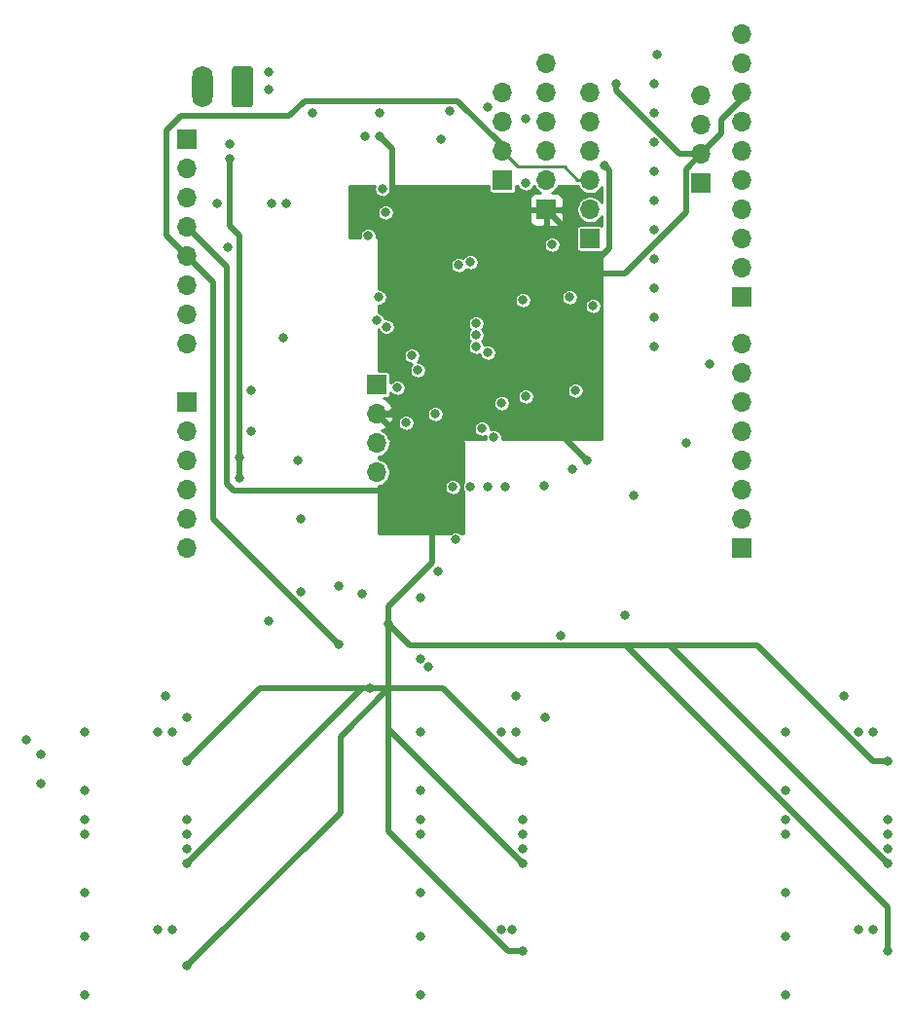
<source format=gbr>
%TF.GenerationSoftware,KiCad,Pcbnew,(5.1.10)-1*%
%TF.CreationDate,2022-02-25T12:42:34+01:00*%
%TF.ProjectId,GestureControl,47657374-7572-4654-936f-6e74726f6c2e,V0.1*%
%TF.SameCoordinates,Original*%
%TF.FileFunction,Copper,L2,Inr*%
%TF.FilePolarity,Positive*%
%FSLAX46Y46*%
G04 Gerber Fmt 4.6, Leading zero omitted, Abs format (unit mm)*
G04 Created by KiCad (PCBNEW (5.1.10)-1) date 2022-02-25 12:42:34*
%MOMM*%
%LPD*%
G01*
G04 APERTURE LIST*
%TA.AperFunction,ComponentPad*%
%ADD10O,1.700000X1.700000*%
%TD*%
%TA.AperFunction,ComponentPad*%
%ADD11R,1.700000X1.700000*%
%TD*%
%TA.AperFunction,ComponentPad*%
%ADD12O,1.800000X3.600000*%
%TD*%
%TA.AperFunction,ViaPad*%
%ADD13C,0.800000*%
%TD*%
%TA.AperFunction,Conductor*%
%ADD14C,0.500000*%
%TD*%
%TA.AperFunction,Conductor*%
%ADD15C,0.250000*%
%TD*%
%TA.AperFunction,Conductor*%
%ADD16C,0.254000*%
%TD*%
%TA.AperFunction,Conductor*%
%ADD17C,0.100000*%
%TD*%
G04 APERTURE END LIST*
D10*
%TO.N,/STM32L151RET6TR/SW0*%
%TO.C,J8*%
X153162000Y-48514000D03*
%TO.N,/STM32L151RET6TR/RST*%
X153162000Y-51054000D03*
%TO.N,/STM32L151RET6TR/SWDAT*%
X153162000Y-53594000D03*
%TO.N,GND*%
X153162000Y-56134000D03*
%TO.N,/STM32L151RET6TR/SWCLK*%
X153162000Y-58674000D03*
D11*
%TO.N,+3V3*%
X153162000Y-61214000D03*
%TD*%
D10*
%TO.N,SCL2*%
%TO.C,J10*%
X166624000Y-51308000D03*
%TO.N,SDA2*%
X166624000Y-53848000D03*
%TO.N,+3V3*%
X166624000Y-56388000D03*
D11*
%TO.N,GND*%
X166624000Y-58928000D03*
%TD*%
D10*
%TO.N,/STM32L151RET6TR/FTDI_RTS*%
%TO.C,J7*%
X156972000Y-51054000D03*
%TO.N,/STM32L151RET6TR/FTDI_RXD*%
X156972000Y-53594000D03*
%TO.N,/STM32L151RET6TR/FTDI_TXD*%
X156972000Y-56134000D03*
%TO.N,+5V*%
X156972000Y-58674000D03*
%TO.N,/STM32L151RET6TR/FTDI_CTS*%
X156972000Y-61214000D03*
D11*
%TO.N,GND*%
X156972000Y-63754000D03*
%TD*%
D10*
%TO.N,/STM32L151RET6TR/UART_RX*%
%TO.C,J9*%
X138430000Y-84074000D03*
%TO.N,/STM32L151RET6TR/UART_TX*%
X138430000Y-81534000D03*
%TO.N,+3V3*%
X138430000Y-78994000D03*
D11*
%TO.N,GND*%
X138430000Y-76454000D03*
%TD*%
D12*
%TO.N,Net-(D6-Pad2)*%
%TO.C,J2*%
X123246000Y-50546000D03*
%TO.N,GND*%
%TA.AperFunction,ComponentPad*%
G36*
G01*
X127646000Y-48996000D02*
X127646000Y-52096000D01*
G75*
G02*
X127396000Y-52346000I-250000J0D01*
G01*
X126096000Y-52346000D01*
G75*
G02*
X125846000Y-52096000I0J250000D01*
G01*
X125846000Y-48996000D01*
G75*
G02*
X126096000Y-48746000I250000J0D01*
G01*
X127396000Y-48746000D01*
G75*
G02*
X127646000Y-48996000I0J-250000D01*
G01*
G37*
%TD.AperFunction*%
%TD*%
D10*
%TO.N,SCL1*%
%TO.C,J1*%
X149352000Y-51054000D03*
%TO.N,SDA1*%
X149352000Y-53594000D03*
%TO.N,+5V*%
X149352000Y-56134000D03*
D11*
%TO.N,GND*%
X149352000Y-58674000D03*
%TD*%
D10*
%TO.N,XSHUT_1*%
%TO.C,J6*%
X170180000Y-72898000D03*
%TO.N,LED_2*%
X170180000Y-75438000D03*
%TO.N,LED_3*%
X170180000Y-77978000D03*
%TO.N,XSHUT_2*%
X170180000Y-80518000D03*
%TO.N,LED_4*%
X170180000Y-83058000D03*
%TO.N,LED_5*%
X170180000Y-85598000D03*
%TO.N,N/C*%
X170180000Y-88138000D03*
D11*
X170180000Y-90678000D03*
%TD*%
D10*
%TO.N,SCL1*%
%TO.C,J5*%
X170180000Y-45974000D03*
%TO.N,SDA1*%
X170180000Y-48514000D03*
%TO.N,+3V3*%
X170180000Y-51054000D03*
%TO.N,GND*%
X170180000Y-53594000D03*
%TO.N,N/C*%
X170180000Y-56134000D03*
X170180000Y-58674000D03*
X170180000Y-61214000D03*
X170180000Y-63754000D03*
%TO.N,LED_1*%
X170180000Y-66294000D03*
D11*
%TO.N,XSHUT_0*%
X170180000Y-68834000D03*
%TD*%
D10*
%TO.N,N/C*%
%TO.C,J4*%
X121920000Y-90678000D03*
X121920000Y-88138000D03*
X121920000Y-85598000D03*
%TO.N,GPIOI_2*%
X121920000Y-83058000D03*
%TO.N,GPIOI_1*%
X121920000Y-80518000D03*
D11*
%TO.N,GPIOI_0*%
X121920000Y-77978000D03*
%TD*%
D10*
%TO.N,N/C*%
%TO.C,J3*%
X121920000Y-72898000D03*
%TO.N,GND*%
X121920000Y-70358000D03*
X121920000Y-67818000D03*
%TO.N,+5V*%
X121920000Y-65278000D03*
%TO.N,+3V3*%
X121920000Y-62738000D03*
%TO.N,N/C*%
X121920000Y-60198000D03*
X121920000Y-57658000D03*
D11*
X121920000Y-55118000D03*
%TD*%
D13*
%TO.N,GND*%
X132842000Y-52832000D03*
X138684000Y-52832000D03*
X129286000Y-60706000D03*
X124553000Y-60706000D03*
X130556000Y-60706000D03*
X145288000Y-89916000D03*
X143764000Y-92710000D03*
X131826000Y-88138000D03*
X137160000Y-94654000D03*
X142246000Y-94990000D03*
X131832000Y-94482000D03*
X143510000Y-78994000D03*
X147066000Y-73152000D03*
X151384000Y-77470000D03*
X154432000Y-98298000D03*
X155448000Y-83820000D03*
X139262051Y-71420701D03*
X139192000Y-61468000D03*
X127542000Y-76962000D03*
X125442000Y-64516000D03*
X113030000Y-111760000D03*
X113030000Y-129540000D03*
X113030000Y-120650000D03*
X113030000Y-124460000D03*
X113030000Y-115570000D03*
X113030000Y-106680000D03*
X142240000Y-120650000D03*
X142240000Y-129540000D03*
X142240000Y-124460000D03*
X142240000Y-106680000D03*
X142240000Y-115570000D03*
X142240000Y-111760000D03*
X173990000Y-124460000D03*
X173990000Y-106680000D03*
X173990000Y-111760000D03*
X173990000Y-129540000D03*
X173990000Y-120650000D03*
X173990000Y-115570000D03*
X142875000Y-100965000D03*
X142246000Y-100336000D03*
%TO.N,VCC*%
X125603000Y-55499000D03*
X125603000Y-56769000D03*
X126492000Y-84582000D03*
X129032000Y-49276000D03*
X129032000Y-50800000D03*
X126492000Y-82804000D03*
%TO.N,+3V3*%
X139446000Y-97282000D03*
X143256000Y-71628000D03*
X138684000Y-54864000D03*
X138938000Y-60452000D03*
X156718000Y-76200000D03*
X156718000Y-83058000D03*
X144780000Y-78994000D03*
X140716000Y-64262000D03*
X155702000Y-66802000D03*
X143256000Y-86614000D03*
X142240000Y-84582000D03*
X143256000Y-85344000D03*
X143256000Y-88138000D03*
X158242000Y-57404000D03*
X159258000Y-50292000D03*
X139446000Y-102870000D03*
X121920000Y-127000000D03*
X121920000Y-118110000D03*
X182880000Y-118110000D03*
X182880000Y-125730000D03*
X182880000Y-109220000D03*
X151130000Y-125730000D03*
X151130000Y-109220000D03*
X151130000Y-118110000D03*
X121920000Y-109220000D03*
X137795000Y-102870000D03*
%TO.N,XSHUT_1*%
X167386000Y-74676000D03*
X142240000Y-114300000D03*
%TO.N,GPIOI_1*%
X147574000Y-80264000D03*
X127542000Y-80518000D03*
X151130000Y-114300000D03*
X150495000Y-103505000D03*
X153035000Y-105410000D03*
%TO.N,XSHUT_2*%
X148082000Y-73660000D03*
X149275002Y-78054998D03*
X165354000Y-81534000D03*
X173990000Y-114300000D03*
%TO.N,GPIOI_2*%
X148590000Y-81026000D03*
X131572000Y-83058000D03*
X182880000Y-114300000D03*
X160020000Y-96520000D03*
X179070000Y-103505000D03*
%TO.N,XSHUT_0*%
X113030000Y-114300000D03*
%TO.N,GPIOI_0*%
X138430000Y-70866000D03*
X130302000Y-72390000D03*
X121920000Y-114300000D03*
X120015000Y-103505000D03*
X121920000Y-105410000D03*
%TO.N,LED_3*%
X148082000Y-85344000D03*
%TO.N,LED_4*%
X149606000Y-85344000D03*
%TO.N,LED_5*%
X152990405Y-85261595D03*
%TO.N,LED_1*%
X145034000Y-85344000D03*
%TO.N,LED_2*%
X146558000Y-85344000D03*
%TO.N,SW_1*%
X160782000Y-86106000D03*
%TO.N,SW_2*%
X155702000Y-76962000D03*
%TO.N,+5V*%
X135128000Y-93980000D03*
X135128000Y-99060000D03*
%TO.N,Net-(C6-Pad1)*%
X129032000Y-97028000D03*
%TO.N,/STM32L151RET6TR/BOOT*%
X144744000Y-52614000D03*
%TO.N,/STM32L151RET6TR/RST*%
X138589010Y-68841990D03*
X137668000Y-63500000D03*
X137378000Y-54828000D03*
X148082000Y-52324000D03*
%TO.N,SCL1*%
X144018000Y-55118000D03*
X182880000Y-116840000D03*
X151130000Y-116840000D03*
X121920000Y-116840000D03*
X181610000Y-106680000D03*
X150495000Y-106680000D03*
X120650000Y-106680000D03*
X120650000Y-123825000D03*
X150225003Y-123825000D03*
X181610000Y-123825000D03*
X107950000Y-107315000D03*
X109220000Y-108585000D03*
X109220000Y-111125000D03*
%TO.N,SDA1*%
X138933347Y-59431347D03*
X182880000Y-115570000D03*
X151130000Y-115570000D03*
X121920000Y-115570000D03*
X180340000Y-106680000D03*
X149225000Y-106680000D03*
X119380000Y-106680000D03*
X119380000Y-123825000D03*
X149225000Y-123825000D03*
X180340000Y-123825000D03*
%TO.N,/STM32L151RET6TR/FTDI_RTS*%
X153670000Y-64262000D03*
X146558000Y-65786000D03*
%TO.N,/STM32L151RET6TR/FTDI_CTS*%
X145542000Y-66040000D03*
%TO.N,/STM32L151RET6TR/SW0*%
X151384000Y-58928000D03*
X151384000Y-53340000D03*
%TO.N,/STM32L151RET6TR/UART_RX*%
X140970000Y-79756000D03*
X141986000Y-75184000D03*
%TO.N,/STM32L151RET6TR/UART_TX*%
X141478000Y-73914000D03*
X140208000Y-76708000D03*
%TO.N,SCL2*%
X155194000Y-68834000D03*
X162560000Y-52832000D03*
%TO.N,SDA2*%
X162560000Y-55372000D03*
X157226000Y-69596000D03*
%TO.N,/STM32L151RET6TR/PIN41*%
X151130000Y-69088000D03*
%TO.N,/STM32L151RET6TR/PIN29*%
X147066000Y-72136000D03*
%TO.N,/STM32L151RET6TR/PIN30*%
X147066000Y-71120000D03*
%TO.N,/STM32L151RET6TR/PB12*%
X162560000Y-73152000D03*
%TO.N,/STM32L151RET6TR/PB13*%
X162560000Y-70612000D03*
%TO.N,/STM32L151RET6TR/PB14*%
X162560000Y-68072000D03*
%TO.N,/STM32L151RET6TR/PB15*%
X162560000Y-65532000D03*
%TO.N,/STM32L151RET6TR/PC6*%
X162560000Y-62992000D03*
%TO.N,/STM32L151RET6TR/PC7*%
X162560000Y-60452000D03*
%TO.N,/STM32L151RET6TR/PC8*%
X162560000Y-57912000D03*
%TO.N,/STM32L151RET6TR/PA9*%
X162560000Y-50292000D03*
%TO.N,/STM32L151RET6TR/PA10*%
X162814000Y-47752000D03*
%TD*%
D14*
%TO.N,VCC*%
X125603000Y-62611000D02*
X126492000Y-63500000D01*
X126492000Y-63500000D02*
X126492000Y-82804000D01*
X125603000Y-56769000D02*
X125603000Y-62611000D01*
X126492000Y-82804000D02*
X126492000Y-84582000D01*
%TO.N,+3V3*%
X152654000Y-78994000D02*
X156718000Y-83058000D01*
X144780000Y-78994000D02*
X152654000Y-78994000D01*
X154928002Y-78994000D02*
X152654000Y-78994000D01*
X156718000Y-77204002D02*
X154928002Y-78994000D01*
X156718000Y-76200000D02*
X156718000Y-77204002D01*
X165323999Y-57688001D02*
X166624000Y-56388000D01*
X165323999Y-61486003D02*
X165323999Y-57688001D01*
X160008002Y-66802000D02*
X165323999Y-61486003D01*
X155702000Y-66802000D02*
X160008002Y-66802000D01*
X155702000Y-66802000D02*
X152400000Y-70104000D01*
X152400000Y-71374000D02*
X144780000Y-78994000D01*
X152400000Y-70104000D02*
X152400000Y-71374000D01*
X155194000Y-66294000D02*
X155702000Y-66802000D01*
X170180000Y-51669998D02*
X168402000Y-53447998D01*
X170180000Y-51054000D02*
X170180000Y-51669998D01*
X168402000Y-54610000D02*
X166624000Y-56388000D01*
X168402000Y-53447998D02*
X168402000Y-54610000D01*
X140716000Y-61733998D02*
X140716000Y-64262000D01*
X139434002Y-60452000D02*
X140716000Y-61733998D01*
X138938000Y-60452000D02*
X139434002Y-60452000D01*
X139170696Y-60452000D02*
X138938000Y-60452000D01*
X139783348Y-55963348D02*
X139783348Y-59839348D01*
X139783348Y-59839348D02*
X139170696Y-60452000D01*
X138684000Y-54864000D02*
X139783348Y-55963348D01*
X140716000Y-69088000D02*
X143256000Y-71628000D01*
X140716000Y-64262000D02*
X140716000Y-69088000D01*
X144780000Y-78994000D02*
X144780000Y-82042000D01*
X143256000Y-86614000D02*
X143256000Y-88138000D01*
X143256000Y-85344000D02*
X143256000Y-86614000D01*
X142240000Y-84582000D02*
X142494000Y-84582000D01*
X125987999Y-85632001D02*
X141189999Y-85632001D01*
X125390348Y-85034350D02*
X125987999Y-85632001D01*
X125390348Y-66208348D02*
X125390348Y-85034350D01*
X121920000Y-62738000D02*
X125390348Y-66208348D01*
X139446000Y-95769998D02*
X139446000Y-97282000D01*
X143256000Y-91959998D02*
X139446000Y-95769998D01*
X143256000Y-88138000D02*
X143256000Y-91959998D01*
X141224000Y-81788000D02*
X140843000Y-81407000D01*
X141224000Y-83566000D02*
X141224000Y-81788000D01*
X138430000Y-78994000D02*
X140843000Y-81407000D01*
X142494000Y-84074000D02*
X142621000Y-84201000D01*
X141732000Y-84074000D02*
X142494000Y-84074000D01*
X144780000Y-82042000D02*
X142621000Y-84201000D01*
X142240000Y-84582000D02*
X141732000Y-84074000D01*
X142621000Y-84201000D02*
X142240000Y-84582000D01*
X141732000Y-84074000D02*
X141224000Y-83566000D01*
X142621000Y-84709000D02*
X142748000Y-84836000D01*
X142621000Y-84201000D02*
X142621000Y-84709000D01*
X142748000Y-84836000D02*
X143256000Y-85344000D01*
X142494000Y-84582000D02*
X142748000Y-84836000D01*
X141986000Y-84836000D02*
X141859000Y-84963000D01*
X142748000Y-84836000D02*
X141986000Y-84836000D01*
X141859000Y-84963000D02*
X142240000Y-84582000D01*
X141189999Y-85632001D02*
X141859000Y-84963000D01*
X141732000Y-84836000D02*
X141859000Y-84963000D01*
X141732000Y-84074000D02*
X141732000Y-84836000D01*
X143256000Y-75370081D02*
X143256000Y-71628000D01*
X139632081Y-78994000D02*
X143256000Y-75370081D01*
X138430000Y-78994000D02*
X139632081Y-78994000D01*
X164788315Y-56388000D02*
X166624000Y-56388000D01*
X159258000Y-50857685D02*
X164788315Y-56388000D01*
X159258000Y-50292000D02*
X159258000Y-50857685D01*
X158641999Y-64594003D02*
X157958002Y-65278000D01*
X158641999Y-57803999D02*
X158641999Y-64594003D01*
X158242000Y-57404000D02*
X158641999Y-57803999D01*
X157226000Y-65278000D02*
X155702000Y-66802000D01*
X157958002Y-65278000D02*
X157226000Y-65278000D01*
X139446000Y-97282000D02*
X139446000Y-102870000D01*
X155194000Y-63246000D02*
X153162000Y-61214000D01*
X155194000Y-66294000D02*
X155194000Y-63246000D01*
X128270000Y-102870000D02*
X121920000Y-109220000D01*
X137160000Y-102870000D02*
X121920000Y-118110000D01*
X139446000Y-102870000D02*
X137160000Y-102870000D01*
X150506998Y-109220000D02*
X151130000Y-109220000D01*
X144156998Y-102870000D02*
X150506998Y-109220000D01*
X139446000Y-102870000D02*
X144156998Y-102870000D01*
X139446000Y-106426000D02*
X151130000Y-118110000D01*
X139446000Y-102870000D02*
X139446000Y-106426000D01*
X181621998Y-109220000D02*
X182880000Y-109220000D01*
X171549999Y-99148001D02*
X181621998Y-109220000D01*
X141312001Y-99148001D02*
X171549999Y-99148001D01*
X163918001Y-99148001D02*
X182880000Y-118110000D01*
X141312001Y-99148001D02*
X163918001Y-99148001D01*
X182880000Y-121931998D02*
X182880000Y-125730000D01*
X160096003Y-99148001D02*
X182880000Y-121931998D01*
X141312001Y-99148001D02*
X160096003Y-99148001D01*
X139446000Y-97282000D02*
X141312001Y-99148001D01*
X139446000Y-102870000D02*
X135255000Y-107061000D01*
X135255000Y-113665000D02*
X121920000Y-127000000D01*
X135255000Y-107061000D02*
X135255000Y-113665000D01*
X149871998Y-125730000D02*
X151130000Y-125730000D01*
X139446000Y-115304002D02*
X149871998Y-125730000D01*
X139446000Y-102870000D02*
X139446000Y-115304002D01*
X137795000Y-102870000D02*
X128270000Y-102870000D01*
D15*
%TO.N,+5V*%
X155898998Y-58674000D02*
X156972000Y-58674000D01*
X154723997Y-57498999D02*
X155898998Y-58674000D01*
X150716999Y-57498999D02*
X154723997Y-57498999D01*
X149352000Y-56134000D02*
X150716999Y-57498999D01*
D14*
X120142000Y-63500000D02*
X121920000Y-65278000D01*
X120142000Y-54356000D02*
X120142000Y-63500000D01*
X121412000Y-53086000D02*
X120142000Y-54356000D01*
X130810000Y-53086000D02*
X121412000Y-53086000D01*
X132132001Y-51763999D02*
X130810000Y-53086000D01*
X145489999Y-51763999D02*
X132132001Y-51763999D01*
X149352000Y-55626000D02*
X145489999Y-51763999D01*
X149352000Y-56134000D02*
X149352000Y-55626000D01*
X124206000Y-67564000D02*
X121920000Y-65278000D01*
X124206000Y-88138000D02*
X124206000Y-67564000D01*
X135128000Y-99060000D02*
X124206000Y-88138000D01*
%TD*%
D16*
%TO.N,+3V3*%
X138234285Y-59219289D02*
X138206347Y-59359744D01*
X138206347Y-59502950D01*
X138234285Y-59643405D01*
X138289088Y-59775711D01*
X138368649Y-59894783D01*
X138469911Y-59996045D01*
X138588983Y-60075606D01*
X138721289Y-60130409D01*
X138861744Y-60158347D01*
X139004950Y-60158347D01*
X139145405Y-60130409D01*
X139277711Y-60075606D01*
X139396783Y-59996045D01*
X139498045Y-59894783D01*
X139577606Y-59775711D01*
X139632409Y-59643405D01*
X139660347Y-59502950D01*
X139660347Y-59359744D01*
X139632409Y-59219289D01*
X139616963Y-59182000D01*
X148173418Y-59182000D01*
X148173418Y-59524000D01*
X148179732Y-59588103D01*
X148198430Y-59649743D01*
X148228794Y-59706550D01*
X148269657Y-59756343D01*
X148319450Y-59797206D01*
X148376257Y-59827570D01*
X148437897Y-59846268D01*
X148502000Y-59852582D01*
X150202000Y-59852582D01*
X150266103Y-59846268D01*
X150327743Y-59827570D01*
X150384550Y-59797206D01*
X150434343Y-59756343D01*
X150475206Y-59706550D01*
X150505570Y-59649743D01*
X150524268Y-59588103D01*
X150530582Y-59524000D01*
X150530582Y-59182000D01*
X150702311Y-59182000D01*
X150739741Y-59272364D01*
X150819302Y-59391436D01*
X150920564Y-59492698D01*
X151039636Y-59572259D01*
X151171942Y-59627062D01*
X151312397Y-59655000D01*
X151455603Y-59655000D01*
X151596058Y-59627062D01*
X151728364Y-59572259D01*
X151847436Y-59492698D01*
X151948698Y-59391436D01*
X152028259Y-59272364D01*
X152065689Y-59182000D01*
X152098445Y-59182000D01*
X152118956Y-59231519D01*
X152247764Y-59424294D01*
X152411706Y-59588236D01*
X152604481Y-59717044D01*
X152630110Y-59727660D01*
X152312000Y-59725928D01*
X152187518Y-59738188D01*
X152067820Y-59774498D01*
X151957506Y-59833463D01*
X151860815Y-59912815D01*
X151781463Y-60009506D01*
X151722498Y-60119820D01*
X151686188Y-60239518D01*
X151673928Y-60364000D01*
X151677000Y-60928250D01*
X151835750Y-61087000D01*
X153035000Y-61087000D01*
X153035000Y-61067000D01*
X153289000Y-61067000D01*
X153289000Y-61087000D01*
X154488250Y-61087000D01*
X154647000Y-60928250D01*
X154650072Y-60364000D01*
X154637812Y-60239518D01*
X154601502Y-60119820D01*
X154542537Y-60009506D01*
X154463185Y-59912815D01*
X154366494Y-59833463D01*
X154256180Y-59774498D01*
X154136482Y-59738188D01*
X154012000Y-59725928D01*
X153693890Y-59727660D01*
X153719519Y-59717044D01*
X153912294Y-59588236D01*
X154076236Y-59424294D01*
X154205044Y-59231519D01*
X154225555Y-59182000D01*
X155908444Y-59182000D01*
X155928956Y-59231519D01*
X156057764Y-59424294D01*
X156221706Y-59588236D01*
X156414481Y-59717044D01*
X156628682Y-59805769D01*
X156856076Y-59851000D01*
X157087924Y-59851000D01*
X157315318Y-59805769D01*
X157529519Y-59717044D01*
X157722294Y-59588236D01*
X157886236Y-59424294D01*
X157988000Y-59271993D01*
X157988000Y-60616007D01*
X157886236Y-60463706D01*
X157722294Y-60299764D01*
X157529519Y-60170956D01*
X157315318Y-60082231D01*
X157087924Y-60037000D01*
X156856076Y-60037000D01*
X156628682Y-60082231D01*
X156414481Y-60170956D01*
X156221706Y-60299764D01*
X156057764Y-60463706D01*
X155928956Y-60656481D01*
X155840231Y-60870682D01*
X155795000Y-61098076D01*
X155795000Y-61329924D01*
X155840231Y-61557318D01*
X155928956Y-61771519D01*
X156057764Y-61964294D01*
X156221706Y-62128236D01*
X156414481Y-62257044D01*
X156628682Y-62345769D01*
X156856076Y-62391000D01*
X157087924Y-62391000D01*
X157315318Y-62345769D01*
X157529519Y-62257044D01*
X157722294Y-62128236D01*
X157886236Y-61964294D01*
X157988000Y-61811993D01*
X157988000Y-62621948D01*
X157947743Y-62600430D01*
X157886103Y-62581732D01*
X157822000Y-62575418D01*
X156122000Y-62575418D01*
X156057897Y-62581732D01*
X155996257Y-62600430D01*
X155939450Y-62630794D01*
X155889657Y-62671657D01*
X155848794Y-62721450D01*
X155818430Y-62778257D01*
X155799732Y-62839897D01*
X155793418Y-62904000D01*
X155793418Y-64604000D01*
X155799732Y-64668103D01*
X155818430Y-64729743D01*
X155848794Y-64786550D01*
X155889657Y-64836343D01*
X155939450Y-64877206D01*
X155996257Y-64907570D01*
X156057897Y-64926268D01*
X156122000Y-64932582D01*
X157822000Y-64932582D01*
X157886103Y-64926268D01*
X157947743Y-64907570D01*
X157988000Y-64886052D01*
X157988000Y-81153000D01*
X149305981Y-81153000D01*
X149317000Y-81097603D01*
X149317000Y-80954397D01*
X149289062Y-80813942D01*
X149234259Y-80681636D01*
X149154698Y-80562564D01*
X149053436Y-80461302D01*
X148934364Y-80381741D01*
X148802058Y-80326938D01*
X148661603Y-80299000D01*
X148518397Y-80299000D01*
X148377942Y-80326938D01*
X148295970Y-80360892D01*
X148301000Y-80335603D01*
X148301000Y-80192397D01*
X148273062Y-80051942D01*
X148218259Y-79919636D01*
X148138698Y-79800564D01*
X148037436Y-79699302D01*
X147918364Y-79619741D01*
X147786058Y-79564938D01*
X147645603Y-79537000D01*
X147502397Y-79537000D01*
X147361942Y-79564938D01*
X147229636Y-79619741D01*
X147110564Y-79699302D01*
X147009302Y-79800564D01*
X146929741Y-79919636D01*
X146874938Y-80051942D01*
X146847000Y-80192397D01*
X146847000Y-80335603D01*
X146874938Y-80476058D01*
X146929741Y-80608364D01*
X147009302Y-80727436D01*
X147110564Y-80828698D01*
X147229636Y-80908259D01*
X147361942Y-80963062D01*
X147502397Y-80991000D01*
X147645603Y-80991000D01*
X147786058Y-80963062D01*
X147868030Y-80929108D01*
X147863000Y-80954397D01*
X147863000Y-81097603D01*
X147874019Y-81153000D01*
X139546161Y-81153000D01*
X139473044Y-80976481D01*
X139344236Y-80783706D01*
X139180294Y-80619764D01*
X138987519Y-80490956D01*
X138822821Y-80422736D01*
X139061252Y-80338157D01*
X139311355Y-80189178D01*
X139527588Y-79994269D01*
X139701641Y-79760920D01*
X139738089Y-79684397D01*
X140243000Y-79684397D01*
X140243000Y-79827603D01*
X140270938Y-79968058D01*
X140325741Y-80100364D01*
X140405302Y-80219436D01*
X140506564Y-80320698D01*
X140625636Y-80400259D01*
X140757942Y-80455062D01*
X140898397Y-80483000D01*
X141041603Y-80483000D01*
X141182058Y-80455062D01*
X141314364Y-80400259D01*
X141433436Y-80320698D01*
X141534698Y-80219436D01*
X141614259Y-80100364D01*
X141669062Y-79968058D01*
X141697000Y-79827603D01*
X141697000Y-79684397D01*
X141669062Y-79543942D01*
X141614259Y-79411636D01*
X141534698Y-79292564D01*
X141433436Y-79191302D01*
X141314364Y-79111741D01*
X141182058Y-79056938D01*
X141041603Y-79029000D01*
X140898397Y-79029000D01*
X140757942Y-79056938D01*
X140625636Y-79111741D01*
X140506564Y-79191302D01*
X140405302Y-79292564D01*
X140325741Y-79411636D01*
X140270938Y-79543942D01*
X140243000Y-79684397D01*
X139738089Y-79684397D01*
X139826825Y-79498099D01*
X139871476Y-79350890D01*
X139750155Y-79121000D01*
X138557000Y-79121000D01*
X138557000Y-78922397D01*
X142783000Y-78922397D01*
X142783000Y-79065603D01*
X142810938Y-79206058D01*
X142865741Y-79338364D01*
X142945302Y-79457436D01*
X143046564Y-79558698D01*
X143165636Y-79638259D01*
X143297942Y-79693062D01*
X143438397Y-79721000D01*
X143581603Y-79721000D01*
X143722058Y-79693062D01*
X143854364Y-79638259D01*
X143973436Y-79558698D01*
X144074698Y-79457436D01*
X144154259Y-79338364D01*
X144209062Y-79206058D01*
X144237000Y-79065603D01*
X144237000Y-78922397D01*
X144209062Y-78781942D01*
X144154259Y-78649636D01*
X144074698Y-78530564D01*
X143973436Y-78429302D01*
X143854364Y-78349741D01*
X143722058Y-78294938D01*
X143581603Y-78267000D01*
X143438397Y-78267000D01*
X143297942Y-78294938D01*
X143165636Y-78349741D01*
X143046564Y-78429302D01*
X142945302Y-78530564D01*
X142865741Y-78649636D01*
X142810938Y-78781942D01*
X142783000Y-78922397D01*
X138557000Y-78922397D01*
X138557000Y-78867000D01*
X139750155Y-78867000D01*
X139871476Y-78637110D01*
X139826825Y-78489901D01*
X139701641Y-78227080D01*
X139527588Y-77993731D01*
X139516122Y-77983395D01*
X148548002Y-77983395D01*
X148548002Y-78126601D01*
X148575940Y-78267056D01*
X148630743Y-78399362D01*
X148710304Y-78518434D01*
X148811566Y-78619696D01*
X148930638Y-78699257D01*
X149062944Y-78754060D01*
X149203399Y-78781998D01*
X149346605Y-78781998D01*
X149487060Y-78754060D01*
X149619366Y-78699257D01*
X149738438Y-78619696D01*
X149839700Y-78518434D01*
X149919261Y-78399362D01*
X149974064Y-78267056D01*
X150002002Y-78126601D01*
X150002002Y-77983395D01*
X149974064Y-77842940D01*
X149919261Y-77710634D01*
X149839700Y-77591562D01*
X149738438Y-77490300D01*
X149619366Y-77410739D01*
X149589570Y-77398397D01*
X150657000Y-77398397D01*
X150657000Y-77541603D01*
X150684938Y-77682058D01*
X150739741Y-77814364D01*
X150819302Y-77933436D01*
X150920564Y-78034698D01*
X151039636Y-78114259D01*
X151171942Y-78169062D01*
X151312397Y-78197000D01*
X151455603Y-78197000D01*
X151596058Y-78169062D01*
X151728364Y-78114259D01*
X151847436Y-78034698D01*
X151948698Y-77933436D01*
X152028259Y-77814364D01*
X152083062Y-77682058D01*
X152111000Y-77541603D01*
X152111000Y-77398397D01*
X152083062Y-77257942D01*
X152028259Y-77125636D01*
X151948698Y-77006564D01*
X151847436Y-76905302D01*
X151825129Y-76890397D01*
X154975000Y-76890397D01*
X154975000Y-77033603D01*
X155002938Y-77174058D01*
X155057741Y-77306364D01*
X155137302Y-77425436D01*
X155238564Y-77526698D01*
X155357636Y-77606259D01*
X155489942Y-77661062D01*
X155630397Y-77689000D01*
X155773603Y-77689000D01*
X155914058Y-77661062D01*
X156046364Y-77606259D01*
X156165436Y-77526698D01*
X156266698Y-77425436D01*
X156346259Y-77306364D01*
X156401062Y-77174058D01*
X156429000Y-77033603D01*
X156429000Y-76890397D01*
X156401062Y-76749942D01*
X156346259Y-76617636D01*
X156266698Y-76498564D01*
X156165436Y-76397302D01*
X156046364Y-76317741D01*
X155914058Y-76262938D01*
X155773603Y-76235000D01*
X155630397Y-76235000D01*
X155489942Y-76262938D01*
X155357636Y-76317741D01*
X155238564Y-76397302D01*
X155137302Y-76498564D01*
X155057741Y-76617636D01*
X155002938Y-76749942D01*
X154975000Y-76890397D01*
X151825129Y-76890397D01*
X151728364Y-76825741D01*
X151596058Y-76770938D01*
X151455603Y-76743000D01*
X151312397Y-76743000D01*
X151171942Y-76770938D01*
X151039636Y-76825741D01*
X150920564Y-76905302D01*
X150819302Y-77006564D01*
X150739741Y-77125636D01*
X150684938Y-77257942D01*
X150657000Y-77398397D01*
X149589570Y-77398397D01*
X149487060Y-77355936D01*
X149346605Y-77327998D01*
X149203399Y-77327998D01*
X149062944Y-77355936D01*
X148930638Y-77410739D01*
X148811566Y-77490300D01*
X148710304Y-77591562D01*
X148630743Y-77710634D01*
X148575940Y-77842940D01*
X148548002Y-77983395D01*
X139516122Y-77983395D01*
X139311355Y-77798822D01*
X139061252Y-77649843D01*
X139012592Y-77632582D01*
X139280000Y-77632582D01*
X139344103Y-77626268D01*
X139405743Y-77607570D01*
X139462550Y-77577206D01*
X139512343Y-77536343D01*
X139553206Y-77486550D01*
X139583570Y-77429743D01*
X139602268Y-77368103D01*
X139608582Y-77304000D01*
X139608582Y-77119474D01*
X139643302Y-77171436D01*
X139744564Y-77272698D01*
X139863636Y-77352259D01*
X139995942Y-77407062D01*
X140136397Y-77435000D01*
X140279603Y-77435000D01*
X140420058Y-77407062D01*
X140552364Y-77352259D01*
X140671436Y-77272698D01*
X140772698Y-77171436D01*
X140852259Y-77052364D01*
X140907062Y-76920058D01*
X140935000Y-76779603D01*
X140935000Y-76636397D01*
X140907062Y-76495942D01*
X140852259Y-76363636D01*
X140772698Y-76244564D01*
X140671436Y-76143302D01*
X140552364Y-76063741D01*
X140420058Y-76008938D01*
X140279603Y-75981000D01*
X140136397Y-75981000D01*
X139995942Y-76008938D01*
X139863636Y-76063741D01*
X139744564Y-76143302D01*
X139643302Y-76244564D01*
X139608582Y-76296526D01*
X139608582Y-75604000D01*
X139602268Y-75539897D01*
X139583570Y-75478257D01*
X139553206Y-75421450D01*
X139512343Y-75371657D01*
X139462550Y-75330794D01*
X139405743Y-75300430D01*
X139344103Y-75281732D01*
X139280000Y-75275418D01*
X138557000Y-75275418D01*
X138557000Y-73842397D01*
X140751000Y-73842397D01*
X140751000Y-73985603D01*
X140778938Y-74126058D01*
X140833741Y-74258364D01*
X140913302Y-74377436D01*
X141014564Y-74478698D01*
X141133636Y-74558259D01*
X141265942Y-74613062D01*
X141406397Y-74641000D01*
X141500866Y-74641000D01*
X141421302Y-74720564D01*
X141341741Y-74839636D01*
X141286938Y-74971942D01*
X141259000Y-75112397D01*
X141259000Y-75255603D01*
X141286938Y-75396058D01*
X141341741Y-75528364D01*
X141421302Y-75647436D01*
X141522564Y-75748698D01*
X141641636Y-75828259D01*
X141773942Y-75883062D01*
X141914397Y-75911000D01*
X142057603Y-75911000D01*
X142198058Y-75883062D01*
X142330364Y-75828259D01*
X142449436Y-75748698D01*
X142550698Y-75647436D01*
X142630259Y-75528364D01*
X142685062Y-75396058D01*
X142713000Y-75255603D01*
X142713000Y-75112397D01*
X142685062Y-74971942D01*
X142630259Y-74839636D01*
X142550698Y-74720564D01*
X142449436Y-74619302D01*
X142330364Y-74539741D01*
X142198058Y-74484938D01*
X142057603Y-74457000D01*
X141963134Y-74457000D01*
X142042698Y-74377436D01*
X142122259Y-74258364D01*
X142177062Y-74126058D01*
X142205000Y-73985603D01*
X142205000Y-73842397D01*
X142177062Y-73701942D01*
X142122259Y-73569636D01*
X142042698Y-73450564D01*
X141941436Y-73349302D01*
X141822364Y-73269741D01*
X141690058Y-73214938D01*
X141549603Y-73187000D01*
X141406397Y-73187000D01*
X141265942Y-73214938D01*
X141133636Y-73269741D01*
X141014564Y-73349302D01*
X140913302Y-73450564D01*
X140833741Y-73569636D01*
X140778938Y-73701942D01*
X140751000Y-73842397D01*
X138557000Y-73842397D01*
X138557000Y-71602650D01*
X138562989Y-71632759D01*
X138617792Y-71765065D01*
X138697353Y-71884137D01*
X138798615Y-71985399D01*
X138917687Y-72064960D01*
X139049993Y-72119763D01*
X139190448Y-72147701D01*
X139333654Y-72147701D01*
X139474109Y-72119763D01*
X139606415Y-72064960D01*
X139725487Y-71985399D01*
X139826749Y-71884137D01*
X139906310Y-71765065D01*
X139961113Y-71632759D01*
X139989051Y-71492304D01*
X139989051Y-71349098D01*
X139961113Y-71208643D01*
X139906310Y-71076337D01*
X139887642Y-71048397D01*
X146339000Y-71048397D01*
X146339000Y-71191603D01*
X146366938Y-71332058D01*
X146421741Y-71464364D01*
X146501302Y-71583436D01*
X146545866Y-71628000D01*
X146501302Y-71672564D01*
X146421741Y-71791636D01*
X146366938Y-71923942D01*
X146339000Y-72064397D01*
X146339000Y-72207603D01*
X146366938Y-72348058D01*
X146421741Y-72480364D01*
X146501302Y-72599436D01*
X146545866Y-72644000D01*
X146501302Y-72688564D01*
X146421741Y-72807636D01*
X146366938Y-72939942D01*
X146339000Y-73080397D01*
X146339000Y-73223603D01*
X146366938Y-73364058D01*
X146421741Y-73496364D01*
X146501302Y-73615436D01*
X146602564Y-73716698D01*
X146721636Y-73796259D01*
X146853942Y-73851062D01*
X146994397Y-73879000D01*
X147137603Y-73879000D01*
X147278058Y-73851062D01*
X147371096Y-73812524D01*
X147382938Y-73872058D01*
X147437741Y-74004364D01*
X147517302Y-74123436D01*
X147618564Y-74224698D01*
X147737636Y-74304259D01*
X147869942Y-74359062D01*
X148010397Y-74387000D01*
X148153603Y-74387000D01*
X148294058Y-74359062D01*
X148426364Y-74304259D01*
X148545436Y-74224698D01*
X148646698Y-74123436D01*
X148726259Y-74004364D01*
X148781062Y-73872058D01*
X148809000Y-73731603D01*
X148809000Y-73588397D01*
X148781062Y-73447942D01*
X148726259Y-73315636D01*
X148646698Y-73196564D01*
X148545436Y-73095302D01*
X148426364Y-73015741D01*
X148294058Y-72960938D01*
X148153603Y-72933000D01*
X148010397Y-72933000D01*
X147869942Y-72960938D01*
X147776904Y-72999476D01*
X147765062Y-72939942D01*
X147710259Y-72807636D01*
X147630698Y-72688564D01*
X147586134Y-72644000D01*
X147630698Y-72599436D01*
X147710259Y-72480364D01*
X147765062Y-72348058D01*
X147793000Y-72207603D01*
X147793000Y-72064397D01*
X147765062Y-71923942D01*
X147710259Y-71791636D01*
X147630698Y-71672564D01*
X147586134Y-71628000D01*
X147630698Y-71583436D01*
X147710259Y-71464364D01*
X147765062Y-71332058D01*
X147793000Y-71191603D01*
X147793000Y-71048397D01*
X147765062Y-70907942D01*
X147710259Y-70775636D01*
X147630698Y-70656564D01*
X147529436Y-70555302D01*
X147410364Y-70475741D01*
X147278058Y-70420938D01*
X147137603Y-70393000D01*
X146994397Y-70393000D01*
X146853942Y-70420938D01*
X146721636Y-70475741D01*
X146602564Y-70555302D01*
X146501302Y-70656564D01*
X146421741Y-70775636D01*
X146366938Y-70907942D01*
X146339000Y-71048397D01*
X139887642Y-71048397D01*
X139826749Y-70957265D01*
X139725487Y-70856003D01*
X139606415Y-70776442D01*
X139474109Y-70721639D01*
X139333654Y-70693701D01*
X139190448Y-70693701D01*
X139139006Y-70703933D01*
X139129062Y-70653942D01*
X139074259Y-70521636D01*
X138994698Y-70402564D01*
X138893436Y-70301302D01*
X138774364Y-70221741D01*
X138642058Y-70166938D01*
X138557000Y-70150019D01*
X138557000Y-69568990D01*
X138660613Y-69568990D01*
X138801068Y-69541052D01*
X138933374Y-69486249D01*
X139052446Y-69406688D01*
X139153708Y-69305426D01*
X139233269Y-69186354D01*
X139288072Y-69054048D01*
X139295561Y-69016397D01*
X150403000Y-69016397D01*
X150403000Y-69159603D01*
X150430938Y-69300058D01*
X150485741Y-69432364D01*
X150565302Y-69551436D01*
X150666564Y-69652698D01*
X150785636Y-69732259D01*
X150917942Y-69787062D01*
X151058397Y-69815000D01*
X151201603Y-69815000D01*
X151342058Y-69787062D01*
X151474364Y-69732259D01*
X151593436Y-69652698D01*
X151694698Y-69551436D01*
X151774259Y-69432364D01*
X151829062Y-69300058D01*
X151857000Y-69159603D01*
X151857000Y-69016397D01*
X151829062Y-68875942D01*
X151782031Y-68762397D01*
X154467000Y-68762397D01*
X154467000Y-68905603D01*
X154494938Y-69046058D01*
X154549741Y-69178364D01*
X154629302Y-69297436D01*
X154730564Y-69398698D01*
X154849636Y-69478259D01*
X154981942Y-69533062D01*
X155122397Y-69561000D01*
X155265603Y-69561000D01*
X155406058Y-69533062D01*
X155426977Y-69524397D01*
X156499000Y-69524397D01*
X156499000Y-69667603D01*
X156526938Y-69808058D01*
X156581741Y-69940364D01*
X156661302Y-70059436D01*
X156762564Y-70160698D01*
X156881636Y-70240259D01*
X157013942Y-70295062D01*
X157154397Y-70323000D01*
X157297603Y-70323000D01*
X157438058Y-70295062D01*
X157570364Y-70240259D01*
X157689436Y-70160698D01*
X157790698Y-70059436D01*
X157870259Y-69940364D01*
X157925062Y-69808058D01*
X157953000Y-69667603D01*
X157953000Y-69524397D01*
X157925062Y-69383942D01*
X157870259Y-69251636D01*
X157790698Y-69132564D01*
X157689436Y-69031302D01*
X157570364Y-68951741D01*
X157438058Y-68896938D01*
X157297603Y-68869000D01*
X157154397Y-68869000D01*
X157013942Y-68896938D01*
X156881636Y-68951741D01*
X156762564Y-69031302D01*
X156661302Y-69132564D01*
X156581741Y-69251636D01*
X156526938Y-69383942D01*
X156499000Y-69524397D01*
X155426977Y-69524397D01*
X155538364Y-69478259D01*
X155657436Y-69398698D01*
X155758698Y-69297436D01*
X155838259Y-69178364D01*
X155893062Y-69046058D01*
X155921000Y-68905603D01*
X155921000Y-68762397D01*
X155893062Y-68621942D01*
X155838259Y-68489636D01*
X155758698Y-68370564D01*
X155657436Y-68269302D01*
X155538364Y-68189741D01*
X155406058Y-68134938D01*
X155265603Y-68107000D01*
X155122397Y-68107000D01*
X154981942Y-68134938D01*
X154849636Y-68189741D01*
X154730564Y-68269302D01*
X154629302Y-68370564D01*
X154549741Y-68489636D01*
X154494938Y-68621942D01*
X154467000Y-68762397D01*
X151782031Y-68762397D01*
X151774259Y-68743636D01*
X151694698Y-68624564D01*
X151593436Y-68523302D01*
X151474364Y-68443741D01*
X151342058Y-68388938D01*
X151201603Y-68361000D01*
X151058397Y-68361000D01*
X150917942Y-68388938D01*
X150785636Y-68443741D01*
X150666564Y-68523302D01*
X150565302Y-68624564D01*
X150485741Y-68743636D01*
X150430938Y-68875942D01*
X150403000Y-69016397D01*
X139295561Y-69016397D01*
X139316010Y-68913593D01*
X139316010Y-68770387D01*
X139288072Y-68629932D01*
X139233269Y-68497626D01*
X139153708Y-68378554D01*
X139052446Y-68277292D01*
X138933374Y-68197731D01*
X138801068Y-68142928D01*
X138660613Y-68114990D01*
X138557000Y-68114990D01*
X138557000Y-65968397D01*
X144815000Y-65968397D01*
X144815000Y-66111603D01*
X144842938Y-66252058D01*
X144897741Y-66384364D01*
X144977302Y-66503436D01*
X145078564Y-66604698D01*
X145197636Y-66684259D01*
X145329942Y-66739062D01*
X145470397Y-66767000D01*
X145613603Y-66767000D01*
X145754058Y-66739062D01*
X145886364Y-66684259D01*
X146005436Y-66604698D01*
X146106698Y-66503436D01*
X146173508Y-66403447D01*
X146213636Y-66430259D01*
X146345942Y-66485062D01*
X146486397Y-66513000D01*
X146629603Y-66513000D01*
X146770058Y-66485062D01*
X146902364Y-66430259D01*
X147021436Y-66350698D01*
X147122698Y-66249436D01*
X147202259Y-66130364D01*
X147257062Y-65998058D01*
X147285000Y-65857603D01*
X147285000Y-65714397D01*
X147257062Y-65573942D01*
X147202259Y-65441636D01*
X147122698Y-65322564D01*
X147021436Y-65221302D01*
X146902364Y-65141741D01*
X146770058Y-65086938D01*
X146629603Y-65059000D01*
X146486397Y-65059000D01*
X146345942Y-65086938D01*
X146213636Y-65141741D01*
X146094564Y-65221302D01*
X145993302Y-65322564D01*
X145926492Y-65422553D01*
X145886364Y-65395741D01*
X145754058Y-65340938D01*
X145613603Y-65313000D01*
X145470397Y-65313000D01*
X145329942Y-65340938D01*
X145197636Y-65395741D01*
X145078564Y-65475302D01*
X144977302Y-65576564D01*
X144897741Y-65695636D01*
X144842938Y-65827942D01*
X144815000Y-65968397D01*
X138557000Y-65968397D01*
X138557000Y-64190397D01*
X152943000Y-64190397D01*
X152943000Y-64333603D01*
X152970938Y-64474058D01*
X153025741Y-64606364D01*
X153105302Y-64725436D01*
X153206564Y-64826698D01*
X153325636Y-64906259D01*
X153457942Y-64961062D01*
X153598397Y-64989000D01*
X153741603Y-64989000D01*
X153882058Y-64961062D01*
X154014364Y-64906259D01*
X154133436Y-64826698D01*
X154234698Y-64725436D01*
X154314259Y-64606364D01*
X154369062Y-64474058D01*
X154397000Y-64333603D01*
X154397000Y-64190397D01*
X154369062Y-64049942D01*
X154314259Y-63917636D01*
X154234698Y-63798564D01*
X154133436Y-63697302D01*
X154014364Y-63617741D01*
X153882058Y-63562938D01*
X153741603Y-63535000D01*
X153598397Y-63535000D01*
X153457942Y-63562938D01*
X153325636Y-63617741D01*
X153206564Y-63697302D01*
X153105302Y-63798564D01*
X153025741Y-63917636D01*
X152970938Y-64049942D01*
X152943000Y-64190397D01*
X138557000Y-64190397D01*
X138557000Y-63754000D01*
X138554560Y-63729224D01*
X138547333Y-63705399D01*
X138535597Y-63683443D01*
X138519803Y-63664197D01*
X138500557Y-63648403D01*
X138478601Y-63636667D01*
X138454776Y-63629440D01*
X138430000Y-63627000D01*
X138383981Y-63627000D01*
X138395000Y-63571603D01*
X138395000Y-63428397D01*
X138367062Y-63287942D01*
X138312259Y-63155636D01*
X138232698Y-63036564D01*
X138131436Y-62935302D01*
X138012364Y-62855741D01*
X137880058Y-62800938D01*
X137739603Y-62773000D01*
X137596397Y-62773000D01*
X137455942Y-62800938D01*
X137323636Y-62855741D01*
X137204564Y-62935302D01*
X137103302Y-63036564D01*
X137023741Y-63155636D01*
X136968938Y-63287942D01*
X136941000Y-63428397D01*
X136941000Y-63571603D01*
X136952019Y-63627000D01*
X136017000Y-63627000D01*
X136017000Y-61396397D01*
X138465000Y-61396397D01*
X138465000Y-61539603D01*
X138492938Y-61680058D01*
X138547741Y-61812364D01*
X138627302Y-61931436D01*
X138728564Y-62032698D01*
X138847636Y-62112259D01*
X138979942Y-62167062D01*
X139120397Y-62195000D01*
X139263603Y-62195000D01*
X139404058Y-62167062D01*
X139536364Y-62112259D01*
X139608589Y-62064000D01*
X151673928Y-62064000D01*
X151686188Y-62188482D01*
X151722498Y-62308180D01*
X151781463Y-62418494D01*
X151860815Y-62515185D01*
X151957506Y-62594537D01*
X152067820Y-62653502D01*
X152187518Y-62689812D01*
X152312000Y-62702072D01*
X152876250Y-62699000D01*
X153035000Y-62540250D01*
X153035000Y-61341000D01*
X153289000Y-61341000D01*
X153289000Y-62540250D01*
X153447750Y-62699000D01*
X154012000Y-62702072D01*
X154136482Y-62689812D01*
X154256180Y-62653502D01*
X154366494Y-62594537D01*
X154463185Y-62515185D01*
X154542537Y-62418494D01*
X154601502Y-62308180D01*
X154637812Y-62188482D01*
X154650072Y-62064000D01*
X154647000Y-61499750D01*
X154488250Y-61341000D01*
X153289000Y-61341000D01*
X153035000Y-61341000D01*
X151835750Y-61341000D01*
X151677000Y-61499750D01*
X151673928Y-62064000D01*
X139608589Y-62064000D01*
X139655436Y-62032698D01*
X139756698Y-61931436D01*
X139836259Y-61812364D01*
X139891062Y-61680058D01*
X139919000Y-61539603D01*
X139919000Y-61396397D01*
X139891062Y-61255942D01*
X139836259Y-61123636D01*
X139756698Y-61004564D01*
X139655436Y-60903302D01*
X139536364Y-60823741D01*
X139404058Y-60768938D01*
X139263603Y-60741000D01*
X139120397Y-60741000D01*
X138979942Y-60768938D01*
X138847636Y-60823741D01*
X138728564Y-60903302D01*
X138627302Y-61004564D01*
X138547741Y-61123636D01*
X138492938Y-61255942D01*
X138465000Y-61396397D01*
X136017000Y-61396397D01*
X136017000Y-59182000D01*
X138249731Y-59182000D01*
X138234285Y-59219289D01*
%TA.AperFunction,Conductor*%
D17*
G36*
X138234285Y-59219289D02*
G01*
X138206347Y-59359744D01*
X138206347Y-59502950D01*
X138234285Y-59643405D01*
X138289088Y-59775711D01*
X138368649Y-59894783D01*
X138469911Y-59996045D01*
X138588983Y-60075606D01*
X138721289Y-60130409D01*
X138861744Y-60158347D01*
X139004950Y-60158347D01*
X139145405Y-60130409D01*
X139277711Y-60075606D01*
X139396783Y-59996045D01*
X139498045Y-59894783D01*
X139577606Y-59775711D01*
X139632409Y-59643405D01*
X139660347Y-59502950D01*
X139660347Y-59359744D01*
X139632409Y-59219289D01*
X139616963Y-59182000D01*
X148173418Y-59182000D01*
X148173418Y-59524000D01*
X148179732Y-59588103D01*
X148198430Y-59649743D01*
X148228794Y-59706550D01*
X148269657Y-59756343D01*
X148319450Y-59797206D01*
X148376257Y-59827570D01*
X148437897Y-59846268D01*
X148502000Y-59852582D01*
X150202000Y-59852582D01*
X150266103Y-59846268D01*
X150327743Y-59827570D01*
X150384550Y-59797206D01*
X150434343Y-59756343D01*
X150475206Y-59706550D01*
X150505570Y-59649743D01*
X150524268Y-59588103D01*
X150530582Y-59524000D01*
X150530582Y-59182000D01*
X150702311Y-59182000D01*
X150739741Y-59272364D01*
X150819302Y-59391436D01*
X150920564Y-59492698D01*
X151039636Y-59572259D01*
X151171942Y-59627062D01*
X151312397Y-59655000D01*
X151455603Y-59655000D01*
X151596058Y-59627062D01*
X151728364Y-59572259D01*
X151847436Y-59492698D01*
X151948698Y-59391436D01*
X152028259Y-59272364D01*
X152065689Y-59182000D01*
X152098445Y-59182000D01*
X152118956Y-59231519D01*
X152247764Y-59424294D01*
X152411706Y-59588236D01*
X152604481Y-59717044D01*
X152630110Y-59727660D01*
X152312000Y-59725928D01*
X152187518Y-59738188D01*
X152067820Y-59774498D01*
X151957506Y-59833463D01*
X151860815Y-59912815D01*
X151781463Y-60009506D01*
X151722498Y-60119820D01*
X151686188Y-60239518D01*
X151673928Y-60364000D01*
X151677000Y-60928250D01*
X151835750Y-61087000D01*
X153035000Y-61087000D01*
X153035000Y-61067000D01*
X153289000Y-61067000D01*
X153289000Y-61087000D01*
X154488250Y-61087000D01*
X154647000Y-60928250D01*
X154650072Y-60364000D01*
X154637812Y-60239518D01*
X154601502Y-60119820D01*
X154542537Y-60009506D01*
X154463185Y-59912815D01*
X154366494Y-59833463D01*
X154256180Y-59774498D01*
X154136482Y-59738188D01*
X154012000Y-59725928D01*
X153693890Y-59727660D01*
X153719519Y-59717044D01*
X153912294Y-59588236D01*
X154076236Y-59424294D01*
X154205044Y-59231519D01*
X154225555Y-59182000D01*
X155908444Y-59182000D01*
X155928956Y-59231519D01*
X156057764Y-59424294D01*
X156221706Y-59588236D01*
X156414481Y-59717044D01*
X156628682Y-59805769D01*
X156856076Y-59851000D01*
X157087924Y-59851000D01*
X157315318Y-59805769D01*
X157529519Y-59717044D01*
X157722294Y-59588236D01*
X157886236Y-59424294D01*
X157988000Y-59271993D01*
X157988000Y-60616007D01*
X157886236Y-60463706D01*
X157722294Y-60299764D01*
X157529519Y-60170956D01*
X157315318Y-60082231D01*
X157087924Y-60037000D01*
X156856076Y-60037000D01*
X156628682Y-60082231D01*
X156414481Y-60170956D01*
X156221706Y-60299764D01*
X156057764Y-60463706D01*
X155928956Y-60656481D01*
X155840231Y-60870682D01*
X155795000Y-61098076D01*
X155795000Y-61329924D01*
X155840231Y-61557318D01*
X155928956Y-61771519D01*
X156057764Y-61964294D01*
X156221706Y-62128236D01*
X156414481Y-62257044D01*
X156628682Y-62345769D01*
X156856076Y-62391000D01*
X157087924Y-62391000D01*
X157315318Y-62345769D01*
X157529519Y-62257044D01*
X157722294Y-62128236D01*
X157886236Y-61964294D01*
X157988000Y-61811993D01*
X157988000Y-62621948D01*
X157947743Y-62600430D01*
X157886103Y-62581732D01*
X157822000Y-62575418D01*
X156122000Y-62575418D01*
X156057897Y-62581732D01*
X155996257Y-62600430D01*
X155939450Y-62630794D01*
X155889657Y-62671657D01*
X155848794Y-62721450D01*
X155818430Y-62778257D01*
X155799732Y-62839897D01*
X155793418Y-62904000D01*
X155793418Y-64604000D01*
X155799732Y-64668103D01*
X155818430Y-64729743D01*
X155848794Y-64786550D01*
X155889657Y-64836343D01*
X155939450Y-64877206D01*
X155996257Y-64907570D01*
X156057897Y-64926268D01*
X156122000Y-64932582D01*
X157822000Y-64932582D01*
X157886103Y-64926268D01*
X157947743Y-64907570D01*
X157988000Y-64886052D01*
X157988000Y-81153000D01*
X149305981Y-81153000D01*
X149317000Y-81097603D01*
X149317000Y-80954397D01*
X149289062Y-80813942D01*
X149234259Y-80681636D01*
X149154698Y-80562564D01*
X149053436Y-80461302D01*
X148934364Y-80381741D01*
X148802058Y-80326938D01*
X148661603Y-80299000D01*
X148518397Y-80299000D01*
X148377942Y-80326938D01*
X148295970Y-80360892D01*
X148301000Y-80335603D01*
X148301000Y-80192397D01*
X148273062Y-80051942D01*
X148218259Y-79919636D01*
X148138698Y-79800564D01*
X148037436Y-79699302D01*
X147918364Y-79619741D01*
X147786058Y-79564938D01*
X147645603Y-79537000D01*
X147502397Y-79537000D01*
X147361942Y-79564938D01*
X147229636Y-79619741D01*
X147110564Y-79699302D01*
X147009302Y-79800564D01*
X146929741Y-79919636D01*
X146874938Y-80051942D01*
X146847000Y-80192397D01*
X146847000Y-80335603D01*
X146874938Y-80476058D01*
X146929741Y-80608364D01*
X147009302Y-80727436D01*
X147110564Y-80828698D01*
X147229636Y-80908259D01*
X147361942Y-80963062D01*
X147502397Y-80991000D01*
X147645603Y-80991000D01*
X147786058Y-80963062D01*
X147868030Y-80929108D01*
X147863000Y-80954397D01*
X147863000Y-81097603D01*
X147874019Y-81153000D01*
X139546161Y-81153000D01*
X139473044Y-80976481D01*
X139344236Y-80783706D01*
X139180294Y-80619764D01*
X138987519Y-80490956D01*
X138822821Y-80422736D01*
X139061252Y-80338157D01*
X139311355Y-80189178D01*
X139527588Y-79994269D01*
X139701641Y-79760920D01*
X139738089Y-79684397D01*
X140243000Y-79684397D01*
X140243000Y-79827603D01*
X140270938Y-79968058D01*
X140325741Y-80100364D01*
X140405302Y-80219436D01*
X140506564Y-80320698D01*
X140625636Y-80400259D01*
X140757942Y-80455062D01*
X140898397Y-80483000D01*
X141041603Y-80483000D01*
X141182058Y-80455062D01*
X141314364Y-80400259D01*
X141433436Y-80320698D01*
X141534698Y-80219436D01*
X141614259Y-80100364D01*
X141669062Y-79968058D01*
X141697000Y-79827603D01*
X141697000Y-79684397D01*
X141669062Y-79543942D01*
X141614259Y-79411636D01*
X141534698Y-79292564D01*
X141433436Y-79191302D01*
X141314364Y-79111741D01*
X141182058Y-79056938D01*
X141041603Y-79029000D01*
X140898397Y-79029000D01*
X140757942Y-79056938D01*
X140625636Y-79111741D01*
X140506564Y-79191302D01*
X140405302Y-79292564D01*
X140325741Y-79411636D01*
X140270938Y-79543942D01*
X140243000Y-79684397D01*
X139738089Y-79684397D01*
X139826825Y-79498099D01*
X139871476Y-79350890D01*
X139750155Y-79121000D01*
X138557000Y-79121000D01*
X138557000Y-78922397D01*
X142783000Y-78922397D01*
X142783000Y-79065603D01*
X142810938Y-79206058D01*
X142865741Y-79338364D01*
X142945302Y-79457436D01*
X143046564Y-79558698D01*
X143165636Y-79638259D01*
X143297942Y-79693062D01*
X143438397Y-79721000D01*
X143581603Y-79721000D01*
X143722058Y-79693062D01*
X143854364Y-79638259D01*
X143973436Y-79558698D01*
X144074698Y-79457436D01*
X144154259Y-79338364D01*
X144209062Y-79206058D01*
X144237000Y-79065603D01*
X144237000Y-78922397D01*
X144209062Y-78781942D01*
X144154259Y-78649636D01*
X144074698Y-78530564D01*
X143973436Y-78429302D01*
X143854364Y-78349741D01*
X143722058Y-78294938D01*
X143581603Y-78267000D01*
X143438397Y-78267000D01*
X143297942Y-78294938D01*
X143165636Y-78349741D01*
X143046564Y-78429302D01*
X142945302Y-78530564D01*
X142865741Y-78649636D01*
X142810938Y-78781942D01*
X142783000Y-78922397D01*
X138557000Y-78922397D01*
X138557000Y-78867000D01*
X139750155Y-78867000D01*
X139871476Y-78637110D01*
X139826825Y-78489901D01*
X139701641Y-78227080D01*
X139527588Y-77993731D01*
X139516122Y-77983395D01*
X148548002Y-77983395D01*
X148548002Y-78126601D01*
X148575940Y-78267056D01*
X148630743Y-78399362D01*
X148710304Y-78518434D01*
X148811566Y-78619696D01*
X148930638Y-78699257D01*
X149062944Y-78754060D01*
X149203399Y-78781998D01*
X149346605Y-78781998D01*
X149487060Y-78754060D01*
X149619366Y-78699257D01*
X149738438Y-78619696D01*
X149839700Y-78518434D01*
X149919261Y-78399362D01*
X149974064Y-78267056D01*
X150002002Y-78126601D01*
X150002002Y-77983395D01*
X149974064Y-77842940D01*
X149919261Y-77710634D01*
X149839700Y-77591562D01*
X149738438Y-77490300D01*
X149619366Y-77410739D01*
X149589570Y-77398397D01*
X150657000Y-77398397D01*
X150657000Y-77541603D01*
X150684938Y-77682058D01*
X150739741Y-77814364D01*
X150819302Y-77933436D01*
X150920564Y-78034698D01*
X151039636Y-78114259D01*
X151171942Y-78169062D01*
X151312397Y-78197000D01*
X151455603Y-78197000D01*
X151596058Y-78169062D01*
X151728364Y-78114259D01*
X151847436Y-78034698D01*
X151948698Y-77933436D01*
X152028259Y-77814364D01*
X152083062Y-77682058D01*
X152111000Y-77541603D01*
X152111000Y-77398397D01*
X152083062Y-77257942D01*
X152028259Y-77125636D01*
X151948698Y-77006564D01*
X151847436Y-76905302D01*
X151825129Y-76890397D01*
X154975000Y-76890397D01*
X154975000Y-77033603D01*
X155002938Y-77174058D01*
X155057741Y-77306364D01*
X155137302Y-77425436D01*
X155238564Y-77526698D01*
X155357636Y-77606259D01*
X155489942Y-77661062D01*
X155630397Y-77689000D01*
X155773603Y-77689000D01*
X155914058Y-77661062D01*
X156046364Y-77606259D01*
X156165436Y-77526698D01*
X156266698Y-77425436D01*
X156346259Y-77306364D01*
X156401062Y-77174058D01*
X156429000Y-77033603D01*
X156429000Y-76890397D01*
X156401062Y-76749942D01*
X156346259Y-76617636D01*
X156266698Y-76498564D01*
X156165436Y-76397302D01*
X156046364Y-76317741D01*
X155914058Y-76262938D01*
X155773603Y-76235000D01*
X155630397Y-76235000D01*
X155489942Y-76262938D01*
X155357636Y-76317741D01*
X155238564Y-76397302D01*
X155137302Y-76498564D01*
X155057741Y-76617636D01*
X155002938Y-76749942D01*
X154975000Y-76890397D01*
X151825129Y-76890397D01*
X151728364Y-76825741D01*
X151596058Y-76770938D01*
X151455603Y-76743000D01*
X151312397Y-76743000D01*
X151171942Y-76770938D01*
X151039636Y-76825741D01*
X150920564Y-76905302D01*
X150819302Y-77006564D01*
X150739741Y-77125636D01*
X150684938Y-77257942D01*
X150657000Y-77398397D01*
X149589570Y-77398397D01*
X149487060Y-77355936D01*
X149346605Y-77327998D01*
X149203399Y-77327998D01*
X149062944Y-77355936D01*
X148930638Y-77410739D01*
X148811566Y-77490300D01*
X148710304Y-77591562D01*
X148630743Y-77710634D01*
X148575940Y-77842940D01*
X148548002Y-77983395D01*
X139516122Y-77983395D01*
X139311355Y-77798822D01*
X139061252Y-77649843D01*
X139012592Y-77632582D01*
X139280000Y-77632582D01*
X139344103Y-77626268D01*
X139405743Y-77607570D01*
X139462550Y-77577206D01*
X139512343Y-77536343D01*
X139553206Y-77486550D01*
X139583570Y-77429743D01*
X139602268Y-77368103D01*
X139608582Y-77304000D01*
X139608582Y-77119474D01*
X139643302Y-77171436D01*
X139744564Y-77272698D01*
X139863636Y-77352259D01*
X139995942Y-77407062D01*
X140136397Y-77435000D01*
X140279603Y-77435000D01*
X140420058Y-77407062D01*
X140552364Y-77352259D01*
X140671436Y-77272698D01*
X140772698Y-77171436D01*
X140852259Y-77052364D01*
X140907062Y-76920058D01*
X140935000Y-76779603D01*
X140935000Y-76636397D01*
X140907062Y-76495942D01*
X140852259Y-76363636D01*
X140772698Y-76244564D01*
X140671436Y-76143302D01*
X140552364Y-76063741D01*
X140420058Y-76008938D01*
X140279603Y-75981000D01*
X140136397Y-75981000D01*
X139995942Y-76008938D01*
X139863636Y-76063741D01*
X139744564Y-76143302D01*
X139643302Y-76244564D01*
X139608582Y-76296526D01*
X139608582Y-75604000D01*
X139602268Y-75539897D01*
X139583570Y-75478257D01*
X139553206Y-75421450D01*
X139512343Y-75371657D01*
X139462550Y-75330794D01*
X139405743Y-75300430D01*
X139344103Y-75281732D01*
X139280000Y-75275418D01*
X138557000Y-75275418D01*
X138557000Y-73842397D01*
X140751000Y-73842397D01*
X140751000Y-73985603D01*
X140778938Y-74126058D01*
X140833741Y-74258364D01*
X140913302Y-74377436D01*
X141014564Y-74478698D01*
X141133636Y-74558259D01*
X141265942Y-74613062D01*
X141406397Y-74641000D01*
X141500866Y-74641000D01*
X141421302Y-74720564D01*
X141341741Y-74839636D01*
X141286938Y-74971942D01*
X141259000Y-75112397D01*
X141259000Y-75255603D01*
X141286938Y-75396058D01*
X141341741Y-75528364D01*
X141421302Y-75647436D01*
X141522564Y-75748698D01*
X141641636Y-75828259D01*
X141773942Y-75883062D01*
X141914397Y-75911000D01*
X142057603Y-75911000D01*
X142198058Y-75883062D01*
X142330364Y-75828259D01*
X142449436Y-75748698D01*
X142550698Y-75647436D01*
X142630259Y-75528364D01*
X142685062Y-75396058D01*
X142713000Y-75255603D01*
X142713000Y-75112397D01*
X142685062Y-74971942D01*
X142630259Y-74839636D01*
X142550698Y-74720564D01*
X142449436Y-74619302D01*
X142330364Y-74539741D01*
X142198058Y-74484938D01*
X142057603Y-74457000D01*
X141963134Y-74457000D01*
X142042698Y-74377436D01*
X142122259Y-74258364D01*
X142177062Y-74126058D01*
X142205000Y-73985603D01*
X142205000Y-73842397D01*
X142177062Y-73701942D01*
X142122259Y-73569636D01*
X142042698Y-73450564D01*
X141941436Y-73349302D01*
X141822364Y-73269741D01*
X141690058Y-73214938D01*
X141549603Y-73187000D01*
X141406397Y-73187000D01*
X141265942Y-73214938D01*
X141133636Y-73269741D01*
X141014564Y-73349302D01*
X140913302Y-73450564D01*
X140833741Y-73569636D01*
X140778938Y-73701942D01*
X140751000Y-73842397D01*
X138557000Y-73842397D01*
X138557000Y-71602650D01*
X138562989Y-71632759D01*
X138617792Y-71765065D01*
X138697353Y-71884137D01*
X138798615Y-71985399D01*
X138917687Y-72064960D01*
X139049993Y-72119763D01*
X139190448Y-72147701D01*
X139333654Y-72147701D01*
X139474109Y-72119763D01*
X139606415Y-72064960D01*
X139725487Y-71985399D01*
X139826749Y-71884137D01*
X139906310Y-71765065D01*
X139961113Y-71632759D01*
X139989051Y-71492304D01*
X139989051Y-71349098D01*
X139961113Y-71208643D01*
X139906310Y-71076337D01*
X139887642Y-71048397D01*
X146339000Y-71048397D01*
X146339000Y-71191603D01*
X146366938Y-71332058D01*
X146421741Y-71464364D01*
X146501302Y-71583436D01*
X146545866Y-71628000D01*
X146501302Y-71672564D01*
X146421741Y-71791636D01*
X146366938Y-71923942D01*
X146339000Y-72064397D01*
X146339000Y-72207603D01*
X146366938Y-72348058D01*
X146421741Y-72480364D01*
X146501302Y-72599436D01*
X146545866Y-72644000D01*
X146501302Y-72688564D01*
X146421741Y-72807636D01*
X146366938Y-72939942D01*
X146339000Y-73080397D01*
X146339000Y-73223603D01*
X146366938Y-73364058D01*
X146421741Y-73496364D01*
X146501302Y-73615436D01*
X146602564Y-73716698D01*
X146721636Y-73796259D01*
X146853942Y-73851062D01*
X146994397Y-73879000D01*
X147137603Y-73879000D01*
X147278058Y-73851062D01*
X147371096Y-73812524D01*
X147382938Y-73872058D01*
X147437741Y-74004364D01*
X147517302Y-74123436D01*
X147618564Y-74224698D01*
X147737636Y-74304259D01*
X147869942Y-74359062D01*
X148010397Y-74387000D01*
X148153603Y-74387000D01*
X148294058Y-74359062D01*
X148426364Y-74304259D01*
X148545436Y-74224698D01*
X148646698Y-74123436D01*
X148726259Y-74004364D01*
X148781062Y-73872058D01*
X148809000Y-73731603D01*
X148809000Y-73588397D01*
X148781062Y-73447942D01*
X148726259Y-73315636D01*
X148646698Y-73196564D01*
X148545436Y-73095302D01*
X148426364Y-73015741D01*
X148294058Y-72960938D01*
X148153603Y-72933000D01*
X148010397Y-72933000D01*
X147869942Y-72960938D01*
X147776904Y-72999476D01*
X147765062Y-72939942D01*
X147710259Y-72807636D01*
X147630698Y-72688564D01*
X147586134Y-72644000D01*
X147630698Y-72599436D01*
X147710259Y-72480364D01*
X147765062Y-72348058D01*
X147793000Y-72207603D01*
X147793000Y-72064397D01*
X147765062Y-71923942D01*
X147710259Y-71791636D01*
X147630698Y-71672564D01*
X147586134Y-71628000D01*
X147630698Y-71583436D01*
X147710259Y-71464364D01*
X147765062Y-71332058D01*
X147793000Y-71191603D01*
X147793000Y-71048397D01*
X147765062Y-70907942D01*
X147710259Y-70775636D01*
X147630698Y-70656564D01*
X147529436Y-70555302D01*
X147410364Y-70475741D01*
X147278058Y-70420938D01*
X147137603Y-70393000D01*
X146994397Y-70393000D01*
X146853942Y-70420938D01*
X146721636Y-70475741D01*
X146602564Y-70555302D01*
X146501302Y-70656564D01*
X146421741Y-70775636D01*
X146366938Y-70907942D01*
X146339000Y-71048397D01*
X139887642Y-71048397D01*
X139826749Y-70957265D01*
X139725487Y-70856003D01*
X139606415Y-70776442D01*
X139474109Y-70721639D01*
X139333654Y-70693701D01*
X139190448Y-70693701D01*
X139139006Y-70703933D01*
X139129062Y-70653942D01*
X139074259Y-70521636D01*
X138994698Y-70402564D01*
X138893436Y-70301302D01*
X138774364Y-70221741D01*
X138642058Y-70166938D01*
X138557000Y-70150019D01*
X138557000Y-69568990D01*
X138660613Y-69568990D01*
X138801068Y-69541052D01*
X138933374Y-69486249D01*
X139052446Y-69406688D01*
X139153708Y-69305426D01*
X139233269Y-69186354D01*
X139288072Y-69054048D01*
X139295561Y-69016397D01*
X150403000Y-69016397D01*
X150403000Y-69159603D01*
X150430938Y-69300058D01*
X150485741Y-69432364D01*
X150565302Y-69551436D01*
X150666564Y-69652698D01*
X150785636Y-69732259D01*
X150917942Y-69787062D01*
X151058397Y-69815000D01*
X151201603Y-69815000D01*
X151342058Y-69787062D01*
X151474364Y-69732259D01*
X151593436Y-69652698D01*
X151694698Y-69551436D01*
X151774259Y-69432364D01*
X151829062Y-69300058D01*
X151857000Y-69159603D01*
X151857000Y-69016397D01*
X151829062Y-68875942D01*
X151782031Y-68762397D01*
X154467000Y-68762397D01*
X154467000Y-68905603D01*
X154494938Y-69046058D01*
X154549741Y-69178364D01*
X154629302Y-69297436D01*
X154730564Y-69398698D01*
X154849636Y-69478259D01*
X154981942Y-69533062D01*
X155122397Y-69561000D01*
X155265603Y-69561000D01*
X155406058Y-69533062D01*
X155426977Y-69524397D01*
X156499000Y-69524397D01*
X156499000Y-69667603D01*
X156526938Y-69808058D01*
X156581741Y-69940364D01*
X156661302Y-70059436D01*
X156762564Y-70160698D01*
X156881636Y-70240259D01*
X157013942Y-70295062D01*
X157154397Y-70323000D01*
X157297603Y-70323000D01*
X157438058Y-70295062D01*
X157570364Y-70240259D01*
X157689436Y-70160698D01*
X157790698Y-70059436D01*
X157870259Y-69940364D01*
X157925062Y-69808058D01*
X157953000Y-69667603D01*
X157953000Y-69524397D01*
X157925062Y-69383942D01*
X157870259Y-69251636D01*
X157790698Y-69132564D01*
X157689436Y-69031302D01*
X157570364Y-68951741D01*
X157438058Y-68896938D01*
X157297603Y-68869000D01*
X157154397Y-68869000D01*
X157013942Y-68896938D01*
X156881636Y-68951741D01*
X156762564Y-69031302D01*
X156661302Y-69132564D01*
X156581741Y-69251636D01*
X156526938Y-69383942D01*
X156499000Y-69524397D01*
X155426977Y-69524397D01*
X155538364Y-69478259D01*
X155657436Y-69398698D01*
X155758698Y-69297436D01*
X155838259Y-69178364D01*
X155893062Y-69046058D01*
X155921000Y-68905603D01*
X155921000Y-68762397D01*
X155893062Y-68621942D01*
X155838259Y-68489636D01*
X155758698Y-68370564D01*
X155657436Y-68269302D01*
X155538364Y-68189741D01*
X155406058Y-68134938D01*
X155265603Y-68107000D01*
X155122397Y-68107000D01*
X154981942Y-68134938D01*
X154849636Y-68189741D01*
X154730564Y-68269302D01*
X154629302Y-68370564D01*
X154549741Y-68489636D01*
X154494938Y-68621942D01*
X154467000Y-68762397D01*
X151782031Y-68762397D01*
X151774259Y-68743636D01*
X151694698Y-68624564D01*
X151593436Y-68523302D01*
X151474364Y-68443741D01*
X151342058Y-68388938D01*
X151201603Y-68361000D01*
X151058397Y-68361000D01*
X150917942Y-68388938D01*
X150785636Y-68443741D01*
X150666564Y-68523302D01*
X150565302Y-68624564D01*
X150485741Y-68743636D01*
X150430938Y-68875942D01*
X150403000Y-69016397D01*
X139295561Y-69016397D01*
X139316010Y-68913593D01*
X139316010Y-68770387D01*
X139288072Y-68629932D01*
X139233269Y-68497626D01*
X139153708Y-68378554D01*
X139052446Y-68277292D01*
X138933374Y-68197731D01*
X138801068Y-68142928D01*
X138660613Y-68114990D01*
X138557000Y-68114990D01*
X138557000Y-65968397D01*
X144815000Y-65968397D01*
X144815000Y-66111603D01*
X144842938Y-66252058D01*
X144897741Y-66384364D01*
X144977302Y-66503436D01*
X145078564Y-66604698D01*
X145197636Y-66684259D01*
X145329942Y-66739062D01*
X145470397Y-66767000D01*
X145613603Y-66767000D01*
X145754058Y-66739062D01*
X145886364Y-66684259D01*
X146005436Y-66604698D01*
X146106698Y-66503436D01*
X146173508Y-66403447D01*
X146213636Y-66430259D01*
X146345942Y-66485062D01*
X146486397Y-66513000D01*
X146629603Y-66513000D01*
X146770058Y-66485062D01*
X146902364Y-66430259D01*
X147021436Y-66350698D01*
X147122698Y-66249436D01*
X147202259Y-66130364D01*
X147257062Y-65998058D01*
X147285000Y-65857603D01*
X147285000Y-65714397D01*
X147257062Y-65573942D01*
X147202259Y-65441636D01*
X147122698Y-65322564D01*
X147021436Y-65221302D01*
X146902364Y-65141741D01*
X146770058Y-65086938D01*
X146629603Y-65059000D01*
X146486397Y-65059000D01*
X146345942Y-65086938D01*
X146213636Y-65141741D01*
X146094564Y-65221302D01*
X145993302Y-65322564D01*
X145926492Y-65422553D01*
X145886364Y-65395741D01*
X145754058Y-65340938D01*
X145613603Y-65313000D01*
X145470397Y-65313000D01*
X145329942Y-65340938D01*
X145197636Y-65395741D01*
X145078564Y-65475302D01*
X144977302Y-65576564D01*
X144897741Y-65695636D01*
X144842938Y-65827942D01*
X144815000Y-65968397D01*
X138557000Y-65968397D01*
X138557000Y-64190397D01*
X152943000Y-64190397D01*
X152943000Y-64333603D01*
X152970938Y-64474058D01*
X153025741Y-64606364D01*
X153105302Y-64725436D01*
X153206564Y-64826698D01*
X153325636Y-64906259D01*
X153457942Y-64961062D01*
X153598397Y-64989000D01*
X153741603Y-64989000D01*
X153882058Y-64961062D01*
X154014364Y-64906259D01*
X154133436Y-64826698D01*
X154234698Y-64725436D01*
X154314259Y-64606364D01*
X154369062Y-64474058D01*
X154397000Y-64333603D01*
X154397000Y-64190397D01*
X154369062Y-64049942D01*
X154314259Y-63917636D01*
X154234698Y-63798564D01*
X154133436Y-63697302D01*
X154014364Y-63617741D01*
X153882058Y-63562938D01*
X153741603Y-63535000D01*
X153598397Y-63535000D01*
X153457942Y-63562938D01*
X153325636Y-63617741D01*
X153206564Y-63697302D01*
X153105302Y-63798564D01*
X153025741Y-63917636D01*
X152970938Y-64049942D01*
X152943000Y-64190397D01*
X138557000Y-64190397D01*
X138557000Y-63754000D01*
X138554560Y-63729224D01*
X138547333Y-63705399D01*
X138535597Y-63683443D01*
X138519803Y-63664197D01*
X138500557Y-63648403D01*
X138478601Y-63636667D01*
X138454776Y-63629440D01*
X138430000Y-63627000D01*
X138383981Y-63627000D01*
X138395000Y-63571603D01*
X138395000Y-63428397D01*
X138367062Y-63287942D01*
X138312259Y-63155636D01*
X138232698Y-63036564D01*
X138131436Y-62935302D01*
X138012364Y-62855741D01*
X137880058Y-62800938D01*
X137739603Y-62773000D01*
X137596397Y-62773000D01*
X137455942Y-62800938D01*
X137323636Y-62855741D01*
X137204564Y-62935302D01*
X137103302Y-63036564D01*
X137023741Y-63155636D01*
X136968938Y-63287942D01*
X136941000Y-63428397D01*
X136941000Y-63571603D01*
X136952019Y-63627000D01*
X136017000Y-63627000D01*
X136017000Y-61396397D01*
X138465000Y-61396397D01*
X138465000Y-61539603D01*
X138492938Y-61680058D01*
X138547741Y-61812364D01*
X138627302Y-61931436D01*
X138728564Y-62032698D01*
X138847636Y-62112259D01*
X138979942Y-62167062D01*
X139120397Y-62195000D01*
X139263603Y-62195000D01*
X139404058Y-62167062D01*
X139536364Y-62112259D01*
X139608589Y-62064000D01*
X151673928Y-62064000D01*
X151686188Y-62188482D01*
X151722498Y-62308180D01*
X151781463Y-62418494D01*
X151860815Y-62515185D01*
X151957506Y-62594537D01*
X152067820Y-62653502D01*
X152187518Y-62689812D01*
X152312000Y-62702072D01*
X152876250Y-62699000D01*
X153035000Y-62540250D01*
X153035000Y-61341000D01*
X153289000Y-61341000D01*
X153289000Y-62540250D01*
X153447750Y-62699000D01*
X154012000Y-62702072D01*
X154136482Y-62689812D01*
X154256180Y-62653502D01*
X154366494Y-62594537D01*
X154463185Y-62515185D01*
X154542537Y-62418494D01*
X154601502Y-62308180D01*
X154637812Y-62188482D01*
X154650072Y-62064000D01*
X154647000Y-61499750D01*
X154488250Y-61341000D01*
X153289000Y-61341000D01*
X153035000Y-61341000D01*
X151835750Y-61341000D01*
X151677000Y-61499750D01*
X151673928Y-62064000D01*
X139608589Y-62064000D01*
X139655436Y-62032698D01*
X139756698Y-61931436D01*
X139836259Y-61812364D01*
X139891062Y-61680058D01*
X139919000Y-61539603D01*
X139919000Y-61396397D01*
X139891062Y-61255942D01*
X139836259Y-61123636D01*
X139756698Y-61004564D01*
X139655436Y-60903302D01*
X139536364Y-60823741D01*
X139404058Y-60768938D01*
X139263603Y-60741000D01*
X139120397Y-60741000D01*
X138979942Y-60768938D01*
X138847636Y-60823741D01*
X138728564Y-60903302D01*
X138627302Y-61004564D01*
X138547741Y-61123636D01*
X138492938Y-61255942D01*
X138465000Y-61396397D01*
X136017000Y-61396397D01*
X136017000Y-59182000D01*
X138249731Y-59182000D01*
X138234285Y-59219289D01*
G37*
%TD.AperFunction*%
%TD*%
D16*
%TO.N,+3V3*%
X145923000Y-84985779D02*
X145913741Y-84999636D01*
X145858938Y-85131942D01*
X145831000Y-85272397D01*
X145831000Y-85415603D01*
X145858938Y-85556058D01*
X145913741Y-85688364D01*
X145923000Y-85702221D01*
X145923000Y-89408000D01*
X145808134Y-89408000D01*
X145751436Y-89351302D01*
X145632364Y-89271741D01*
X145500058Y-89216938D01*
X145359603Y-89189000D01*
X145216397Y-89189000D01*
X145075942Y-89216938D01*
X144943636Y-89271741D01*
X144824564Y-89351302D01*
X144767866Y-89408000D01*
X138557000Y-89408000D01*
X138557000Y-85272397D01*
X144307000Y-85272397D01*
X144307000Y-85415603D01*
X144334938Y-85556058D01*
X144389741Y-85688364D01*
X144469302Y-85807436D01*
X144570564Y-85908698D01*
X144689636Y-85988259D01*
X144821942Y-86043062D01*
X144962397Y-86071000D01*
X145105603Y-86071000D01*
X145246058Y-86043062D01*
X145378364Y-85988259D01*
X145497436Y-85908698D01*
X145598698Y-85807436D01*
X145678259Y-85688364D01*
X145733062Y-85556058D01*
X145761000Y-85415603D01*
X145761000Y-85272397D01*
X145733062Y-85131942D01*
X145678259Y-84999636D01*
X145598698Y-84880564D01*
X145497436Y-84779302D01*
X145378364Y-84699741D01*
X145246058Y-84644938D01*
X145105603Y-84617000D01*
X144962397Y-84617000D01*
X144821942Y-84644938D01*
X144689636Y-84699741D01*
X144570564Y-84779302D01*
X144469302Y-84880564D01*
X144389741Y-84999636D01*
X144334938Y-85131942D01*
X144307000Y-85272397D01*
X138557000Y-85272397D01*
X138557000Y-85248797D01*
X138773318Y-85205769D01*
X138987519Y-85117044D01*
X139180294Y-84988236D01*
X139344236Y-84824294D01*
X139473044Y-84631519D01*
X139561769Y-84417318D01*
X139607000Y-84189924D01*
X139607000Y-83958076D01*
X139561769Y-83730682D01*
X139473044Y-83516481D01*
X139344236Y-83323706D01*
X139180294Y-83159764D01*
X138987519Y-83030956D01*
X138773318Y-82942231D01*
X138557000Y-82899203D01*
X138557000Y-82708797D01*
X138773318Y-82665769D01*
X138987519Y-82577044D01*
X139180294Y-82448236D01*
X139344236Y-82284294D01*
X139473044Y-82091519D01*
X139561769Y-81877318D01*
X139607000Y-81649924D01*
X139607000Y-81418076D01*
X139604797Y-81407000D01*
X145923000Y-81407000D01*
X145923000Y-84985779D01*
%TA.AperFunction,Conductor*%
D17*
G36*
X145923000Y-84985779D02*
G01*
X145913741Y-84999636D01*
X145858938Y-85131942D01*
X145831000Y-85272397D01*
X145831000Y-85415603D01*
X145858938Y-85556058D01*
X145913741Y-85688364D01*
X145923000Y-85702221D01*
X145923000Y-89408000D01*
X145808134Y-89408000D01*
X145751436Y-89351302D01*
X145632364Y-89271741D01*
X145500058Y-89216938D01*
X145359603Y-89189000D01*
X145216397Y-89189000D01*
X145075942Y-89216938D01*
X144943636Y-89271741D01*
X144824564Y-89351302D01*
X144767866Y-89408000D01*
X138557000Y-89408000D01*
X138557000Y-85272397D01*
X144307000Y-85272397D01*
X144307000Y-85415603D01*
X144334938Y-85556058D01*
X144389741Y-85688364D01*
X144469302Y-85807436D01*
X144570564Y-85908698D01*
X144689636Y-85988259D01*
X144821942Y-86043062D01*
X144962397Y-86071000D01*
X145105603Y-86071000D01*
X145246058Y-86043062D01*
X145378364Y-85988259D01*
X145497436Y-85908698D01*
X145598698Y-85807436D01*
X145678259Y-85688364D01*
X145733062Y-85556058D01*
X145761000Y-85415603D01*
X145761000Y-85272397D01*
X145733062Y-85131942D01*
X145678259Y-84999636D01*
X145598698Y-84880564D01*
X145497436Y-84779302D01*
X145378364Y-84699741D01*
X145246058Y-84644938D01*
X145105603Y-84617000D01*
X144962397Y-84617000D01*
X144821942Y-84644938D01*
X144689636Y-84699741D01*
X144570564Y-84779302D01*
X144469302Y-84880564D01*
X144389741Y-84999636D01*
X144334938Y-85131942D01*
X144307000Y-85272397D01*
X138557000Y-85272397D01*
X138557000Y-85248797D01*
X138773318Y-85205769D01*
X138987519Y-85117044D01*
X139180294Y-84988236D01*
X139344236Y-84824294D01*
X139473044Y-84631519D01*
X139561769Y-84417318D01*
X139607000Y-84189924D01*
X139607000Y-83958076D01*
X139561769Y-83730682D01*
X139473044Y-83516481D01*
X139344236Y-83323706D01*
X139180294Y-83159764D01*
X138987519Y-83030956D01*
X138773318Y-82942231D01*
X138557000Y-82899203D01*
X138557000Y-82708797D01*
X138773318Y-82665769D01*
X138987519Y-82577044D01*
X139180294Y-82448236D01*
X139344236Y-82284294D01*
X139473044Y-82091519D01*
X139561769Y-81877318D01*
X139607000Y-81649924D01*
X139607000Y-81418076D01*
X139604797Y-81407000D01*
X145923000Y-81407000D01*
X145923000Y-84985779D01*
G37*
%TD.AperFunction*%
%TD*%
M02*

</source>
